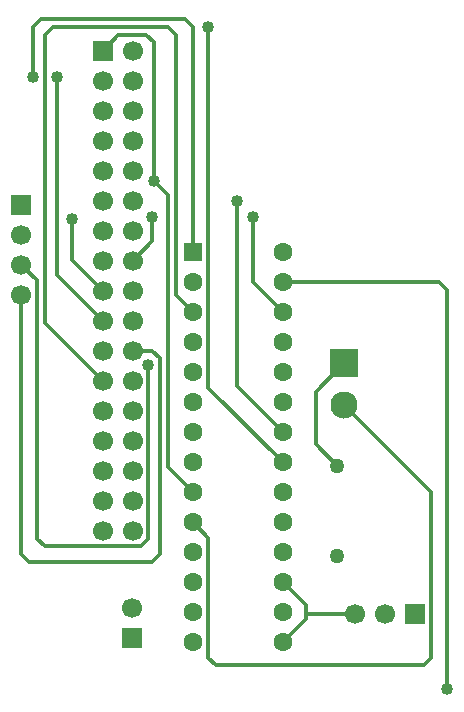
<source format=gbr>
G04 DipTrace 3.1.0.1*
G04 Bottom.gbr*
%MOIN*%
G04 #@! TF.FileFunction,Copper,L2,Bot*
G04 #@! TF.Part,Single*
%AMOUTLINE0*5,1,4,0,0,0.128059,-135.0*%
G04 #@! TA.AperFunction,Conductor*
%ADD13C,0.012992*%
G04 #@! TA.AperFunction,ComponentPad*
%ADD14R,0.062992X0.062992*%
%ADD15C,0.062992*%
%ADD16R,0.066929X0.066929*%
%ADD17C,0.066929*%
%ADD18C,0.090551*%
%ADD19C,0.05*%
%ADD20C,0.05*%
G04 #@! TA.AperFunction,ViaPad*
%ADD21C,0.04*%
G04 #@! TA.AperFunction,ComponentPad*
%ADD47OUTLINE0*%
%FSLAX26Y26*%
G04*
G70*
G90*
G75*
G01*
G04 Bottom*
%LPD*%
X859757Y2585327D2*
D13*
X912711Y2638281D1*
X1006224D1*
X1032209Y2612296D1*
Y2150800D1*
X1666357Y1542225D2*
X1572485Y1448353D1*
Y1272599D1*
X1642957Y1202127D1*
X1032209Y2150800D2*
X1078185Y2104824D1*
Y1195999D1*
X1161457Y1112727D1*
Y1012727D2*
X1212441Y961743D1*
Y561742D1*
X1238426Y535757D1*
X1929827D1*
X1955811Y561741D1*
Y1114975D1*
X1666357Y1404429D1*
X1461457Y612727D2*
X1538426Y689696D1*
Y706627D1*
Y735758D1*
X1461457Y812727D1*
X1538426Y706627D2*
X1702857D1*
X1012713Y1538332D2*
Y958355D1*
X986729Y932371D1*
X667295D1*
X641311Y958355D1*
Y1818873D1*
X588357Y1871827D1*
Y1771827D2*
Y906387D1*
X614341Y880403D1*
X1026217D1*
X1052201Y906387D1*
Y1559340D1*
X1026214Y1585327D1*
X959757D1*
X1212441Y2664265D2*
Y1461743D1*
X1461457Y1212727D1*
X1308087Y2085324D2*
Y1466097D1*
X1461457Y1312727D1*
X1361079Y2029186D2*
Y1813105D1*
X1461457Y1712727D1*
X1026217Y2029186D2*
Y1951787D1*
X959757Y1885327D1*
X758792Y2024816D2*
Y1886292D1*
X859757Y1785327D1*
X2007780Y456993D2*
Y1786741D1*
X1981794Y1812727D1*
X1461457D1*
X627847Y2498737D2*
Y2664265D1*
X653831Y2690249D1*
X1135473D1*
X1161457Y2664265D1*
Y1912727D1*
X706823Y2498737D2*
Y1838261D1*
X859757Y1685327D1*
Y1485327D2*
X667335Y1677749D1*
Y2638281D1*
X693319Y2664265D1*
X1078186D1*
X1104170Y2638281D1*
Y1770014D1*
X1161457Y1712727D1*
D21*
X1032209Y2150800D3*
X1012713Y1538332D3*
X1212441Y2664265D3*
X1308087Y2085324D3*
X1361079Y2029186D3*
X1026217D3*
X758792Y2024816D3*
X2007780Y456993D3*
X627847Y2498737D3*
X706823D3*
D14*
X1161457Y1912727D3*
D15*
Y1812727D3*
Y1712727D3*
Y1612727D3*
Y1512727D3*
Y1412727D3*
Y1312727D3*
Y1212727D3*
Y1112727D3*
Y1012727D3*
Y912727D3*
Y812727D3*
Y712727D3*
Y612727D3*
X1461457D3*
Y712727D3*
Y812727D3*
Y912727D3*
Y1012727D3*
Y1112727D3*
Y1212727D3*
Y1312727D3*
Y1412727D3*
Y1512727D3*
Y1612727D3*
Y1712727D3*
Y1812727D3*
Y1912727D3*
D16*
X859757Y2585327D3*
D17*
X959757D3*
X859757Y2485327D3*
X959757D3*
X859757Y2385327D3*
X959757D3*
X859757Y2285327D3*
X959757D3*
X859757Y2185327D3*
X959757D3*
X859757Y2085327D3*
X959757D3*
X859757Y1985327D3*
X959757D3*
X859757Y1885327D3*
X959757D3*
X859757Y1785327D3*
X959757D3*
X859757Y1685327D3*
X959757D3*
X859757Y1585327D3*
X959757D3*
X859757Y1485327D3*
X959757D3*
X859757Y1385327D3*
X959757D3*
X859757Y1285327D3*
X959757D3*
X859757Y1185327D3*
X959757D3*
X859757Y1085327D3*
X959757D3*
X859757Y985327D3*
X959757D3*
D47*
X1666357Y1542225D3*
D18*
Y1404429D3*
D16*
X1902857Y706627D3*
D17*
X1802857D3*
X1702857D3*
D16*
X958157Y627727D3*
D17*
Y727727D3*
D19*
X1642957Y902127D3*
D20*
Y1202127D3*
D16*
X588357Y2071827D3*
D17*
Y1971827D3*
Y1871827D3*
Y1771827D3*
M02*

</source>
